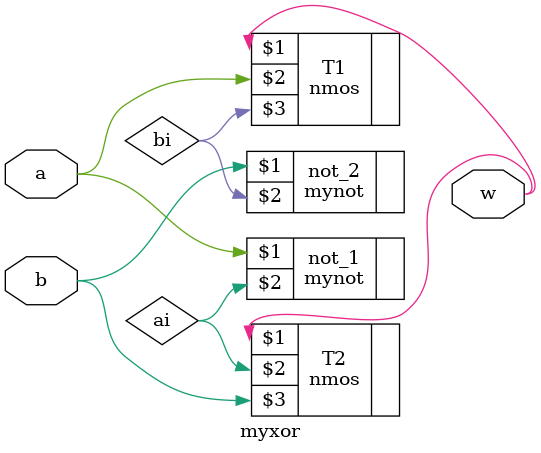
<source format=v>
`timescale 1ns/1ns
module myxor(input a, b, output w);
	wire ai, bi;
	mynot not_1(a, ai);
	mynot not_2(b, bi);
	nmos #(3, 4, 5) T1(w, a, bi), T2(w, ai, b); 

endmodule
</source>
